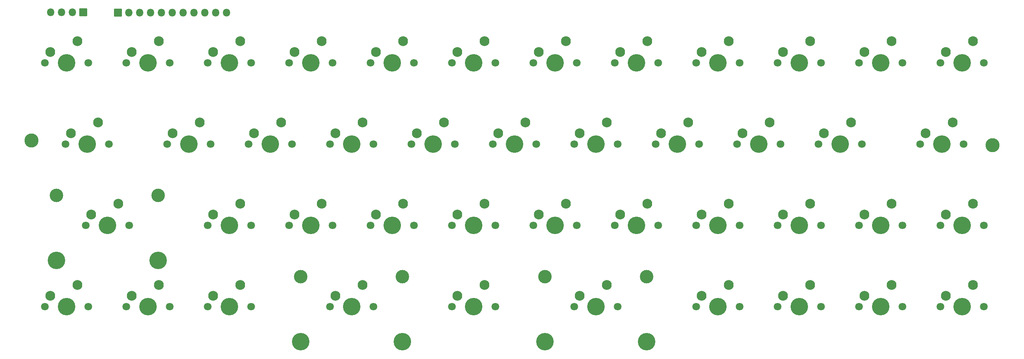
<source format=gts>
G04 #@! TF.GenerationSoftware,KiCad,Pcbnew,(6.0.2-0)*
G04 #@! TF.CreationDate,2022-03-14T11:48:13+11:00*
G04 #@! TF.ProjectId,keyboard,6b657962-6f61-4726-942e-6b696361645f,rev?*
G04 #@! TF.SameCoordinates,Original*
G04 #@! TF.FileFunction,Soldermask,Top*
G04 #@! TF.FilePolarity,Negative*
%FSLAX46Y46*%
G04 Gerber Fmt 4.6, Leading zero omitted, Abs format (unit mm)*
G04 Created by KiCad (PCBNEW (6.0.2-0)) date 2022-03-14 11:48:13*
%MOMM*%
%LPD*%
G01*
G04 APERTURE LIST*
G04 Aperture macros list*
%AMRoundRect*
0 Rectangle with rounded corners*
0 $1 Rounding radius*
0 $2 $3 $4 $5 $6 $7 $8 $9 X,Y pos of 4 corners*
0 Add a 4 corners polygon primitive as box body*
4,1,4,$2,$3,$4,$5,$6,$7,$8,$9,$2,$3,0*
0 Add four circle primitives for the rounded corners*
1,1,$1+$1,$2,$3*
1,1,$1+$1,$4,$5*
1,1,$1+$1,$6,$7*
1,1,$1+$1,$8,$9*
0 Add four rect primitives between the rounded corners*
20,1,$1+$1,$2,$3,$4,$5,0*
20,1,$1+$1,$4,$5,$6,$7,0*
20,1,$1+$1,$6,$7,$8,$9,0*
20,1,$1+$1,$8,$9,$2,$3,0*%
G04 Aperture macros list end*
%ADD10C,1.802000*%
%ADD11C,4.102000*%
%ADD12C,2.302000*%
%ADD13C,3.302000*%
%ADD14C,3.152000*%
%ADD15RoundRect,0.051000X0.850000X-0.850000X0.850000X0.850000X-0.850000X0.850000X-0.850000X-0.850000X0*%
%ADD16O,1.802000X1.802000*%
%ADD17RoundRect,0.051000X-0.850000X0.850000X-0.850000X-0.850000X0.850000X-0.850000X0.850000X0.850000X0*%
G04 APERTURE END LIST*
D10*
X102235000Y-124920000D03*
D11*
X107315000Y-124920000D03*
D10*
X112395000Y-124920000D03*
D12*
X109855000Y-119840000D03*
X103505000Y-122380000D03*
D13*
X99070000Y-143130000D03*
X323950000Y-144280000D03*
D10*
X131445000Y-124920000D03*
D11*
X126365000Y-124920000D03*
D10*
X121285000Y-124920000D03*
D12*
X128905000Y-119840000D03*
X122555000Y-122380000D03*
D10*
X311785000Y-124920000D03*
X321945000Y-124920000D03*
D11*
X316865000Y-124920000D03*
D12*
X319405000Y-119840000D03*
X313055000Y-122380000D03*
D10*
X187960000Y-143970000D03*
D11*
X193040000Y-143970000D03*
D10*
X198120000Y-143970000D03*
D12*
X195580000Y-138890000D03*
X189230000Y-141430000D03*
D10*
X255270000Y-143970000D03*
X245110000Y-143970000D03*
D11*
X250190000Y-143970000D03*
D12*
X252730000Y-138890000D03*
X246380000Y-141430000D03*
D10*
X292735000Y-163020000D03*
D11*
X297815000Y-163020000D03*
D10*
X302895000Y-163020000D03*
D12*
X300355000Y-157940000D03*
X294005000Y-160480000D03*
D11*
X297815000Y-124920000D03*
D10*
X292735000Y-124920000D03*
X302895000Y-124920000D03*
D12*
X300355000Y-119840000D03*
X294005000Y-122380000D03*
D10*
X178435000Y-124920000D03*
X188595000Y-124920000D03*
D11*
X183515000Y-124920000D03*
D12*
X186055000Y-119840000D03*
X179705000Y-122380000D03*
D10*
X254635000Y-163020000D03*
X264795000Y-163020000D03*
D11*
X259715000Y-163020000D03*
D12*
X262255000Y-157940000D03*
X255905000Y-160480000D03*
D10*
X197485000Y-163020000D03*
X207645000Y-163020000D03*
D11*
X202565000Y-163020000D03*
D12*
X205105000Y-157940000D03*
X198755000Y-160480000D03*
D10*
X274320000Y-143970000D03*
X264160000Y-143970000D03*
D11*
X269240000Y-143970000D03*
D12*
X271780000Y-138890000D03*
X265430000Y-141430000D03*
D10*
X226060000Y-182070000D03*
D11*
X243040000Y-190310000D03*
D14*
X243040000Y-175070000D03*
D11*
X231140000Y-182070000D03*
D10*
X236220000Y-182070000D03*
D14*
X219240000Y-175070000D03*
D11*
X219240000Y-190310000D03*
D12*
X233680000Y-176990000D03*
X227330000Y-179530000D03*
D10*
X283845000Y-124920000D03*
X273685000Y-124920000D03*
D11*
X278765000Y-124920000D03*
D12*
X281305000Y-119840000D03*
X274955000Y-122380000D03*
D11*
X231140000Y-143970000D03*
D10*
X236220000Y-143970000D03*
X226060000Y-143970000D03*
D12*
X233680000Y-138890000D03*
X227330000Y-141430000D03*
D10*
X179070000Y-143970000D03*
X168910000Y-143970000D03*
D11*
X173990000Y-143970000D03*
D12*
X176530000Y-138890000D03*
X170180000Y-141430000D03*
D11*
X135890000Y-143970000D03*
D10*
X130810000Y-143970000D03*
X140970000Y-143970000D03*
D12*
X138430000Y-138890000D03*
X132080000Y-141430000D03*
D11*
X112077500Y-143970000D03*
D10*
X106997500Y-143970000D03*
X117157500Y-143970000D03*
D12*
X114617500Y-138890000D03*
X108267500Y-141430000D03*
D11*
X183515000Y-163020000D03*
D10*
X188595000Y-163020000D03*
X178435000Y-163020000D03*
D12*
X186055000Y-157940000D03*
X179705000Y-160480000D03*
D11*
X278765000Y-182070000D03*
D10*
X273685000Y-182070000D03*
X283845000Y-182070000D03*
D12*
X281305000Y-176990000D03*
X274955000Y-179530000D03*
D10*
X150495000Y-124920000D03*
D11*
X145415000Y-124920000D03*
D10*
X140335000Y-124920000D03*
D12*
X147955000Y-119840000D03*
X141605000Y-122380000D03*
D10*
X169545000Y-124920000D03*
D11*
X164465000Y-124920000D03*
D10*
X159385000Y-124920000D03*
D12*
X167005000Y-119840000D03*
X160655000Y-122380000D03*
D11*
X212090000Y-143970000D03*
D10*
X217170000Y-143970000D03*
X207010000Y-143970000D03*
D12*
X214630000Y-138890000D03*
X208280000Y-141430000D03*
D10*
X150495000Y-163020000D03*
X140335000Y-163020000D03*
D11*
X145415000Y-163020000D03*
D12*
X147955000Y-157940000D03*
X141605000Y-160480000D03*
D10*
X283210000Y-143970000D03*
X293370000Y-143970000D03*
D11*
X288290000Y-143970000D03*
D12*
X290830000Y-138890000D03*
X284480000Y-141430000D03*
D10*
X149860000Y-143970000D03*
X160020000Y-143970000D03*
D11*
X154940000Y-143970000D03*
D12*
X157480000Y-138890000D03*
X151130000Y-141430000D03*
D10*
X121920000Y-163020000D03*
D11*
X116840000Y-163020000D03*
D14*
X128740000Y-156020000D03*
X104940000Y-156020000D03*
D11*
X104940000Y-171260000D03*
X128740000Y-171260000D03*
D10*
X111760000Y-163020000D03*
D12*
X119380000Y-157940000D03*
X113030000Y-160480000D03*
D11*
X240665000Y-124920000D03*
D10*
X235585000Y-124920000D03*
X245745000Y-124920000D03*
D12*
X243205000Y-119840000D03*
X236855000Y-122380000D03*
D10*
X216535000Y-163020000D03*
X226695000Y-163020000D03*
D11*
X221615000Y-163020000D03*
D12*
X224155000Y-157940000D03*
X217805000Y-160480000D03*
D11*
X316865000Y-182070000D03*
D10*
X311785000Y-182070000D03*
X321945000Y-182070000D03*
D12*
X319405000Y-176990000D03*
X313055000Y-179530000D03*
D11*
X259715000Y-124920000D03*
D10*
X254635000Y-124920000D03*
X264795000Y-124920000D03*
D12*
X262255000Y-119840000D03*
X255905000Y-122380000D03*
D10*
X321945000Y-163020000D03*
X311785000Y-163020000D03*
D11*
X316865000Y-163020000D03*
D12*
X319405000Y-157940000D03*
X313055000Y-160480000D03*
D10*
X197485000Y-124920000D03*
D11*
X202565000Y-124920000D03*
D10*
X207645000Y-124920000D03*
D12*
X205105000Y-119840000D03*
X198755000Y-122380000D03*
D10*
X159385000Y-163020000D03*
X169545000Y-163020000D03*
D11*
X164465000Y-163020000D03*
D12*
X167005000Y-157940000D03*
X160655000Y-160480000D03*
D10*
X150495000Y-182070000D03*
D11*
X145415000Y-182070000D03*
D10*
X140335000Y-182070000D03*
D12*
X147955000Y-176990000D03*
X141605000Y-179530000D03*
D10*
X317182500Y-143970000D03*
D11*
X312102500Y-143970000D03*
D10*
X307022500Y-143970000D03*
D12*
X314642500Y-138890000D03*
X308292500Y-141430000D03*
D10*
X235585000Y-163020000D03*
X245745000Y-163020000D03*
D11*
X240665000Y-163020000D03*
D12*
X243205000Y-157940000D03*
X236855000Y-160480000D03*
D10*
X283845000Y-163020000D03*
D11*
X278765000Y-163020000D03*
D10*
X273685000Y-163020000D03*
D12*
X281305000Y-157940000D03*
X274955000Y-160480000D03*
D11*
X202565000Y-182070000D03*
D10*
X197485000Y-182070000D03*
X207645000Y-182070000D03*
D12*
X205105000Y-176990000D03*
X198755000Y-179530000D03*
D10*
X254635000Y-182070000D03*
X264795000Y-182070000D03*
D11*
X259715000Y-182070000D03*
D12*
X262255000Y-176990000D03*
X255905000Y-179530000D03*
D10*
X302895000Y-182070000D03*
D11*
X297815000Y-182070000D03*
D10*
X292735000Y-182070000D03*
D12*
X300355000Y-176990000D03*
X294005000Y-179530000D03*
D10*
X112395000Y-182070000D03*
X102235000Y-182070000D03*
D11*
X107315000Y-182070000D03*
D12*
X109855000Y-176990000D03*
X103505000Y-179530000D03*
D11*
X173990000Y-182070000D03*
D14*
X185890000Y-175070000D03*
X162090000Y-175070000D03*
D10*
X168910000Y-182070000D03*
D11*
X162090000Y-190310000D03*
X185890000Y-190310000D03*
D10*
X179070000Y-182070000D03*
D12*
X176530000Y-176990000D03*
X170180000Y-179530000D03*
D11*
X126365000Y-182070000D03*
D10*
X131445000Y-182070000D03*
X121285000Y-182070000D03*
D12*
X128905000Y-176990000D03*
X122555000Y-179530000D03*
D11*
X221615000Y-124920000D03*
D10*
X216535000Y-124920000D03*
X226695000Y-124920000D03*
D12*
X224155000Y-119840000D03*
X217805000Y-122380000D03*
D15*
X111150000Y-113100000D03*
D16*
X108610000Y-113100000D03*
X106070000Y-113100000D03*
X103530000Y-113100000D03*
D17*
X119310000Y-113140000D03*
D16*
X121850000Y-113140000D03*
X124390000Y-113140000D03*
X126930000Y-113140000D03*
X129470000Y-113140000D03*
X132010000Y-113140000D03*
X134550000Y-113140000D03*
X137090000Y-113140000D03*
X139630000Y-113140000D03*
X142170000Y-113140000D03*
X144710000Y-113140000D03*
M02*

</source>
